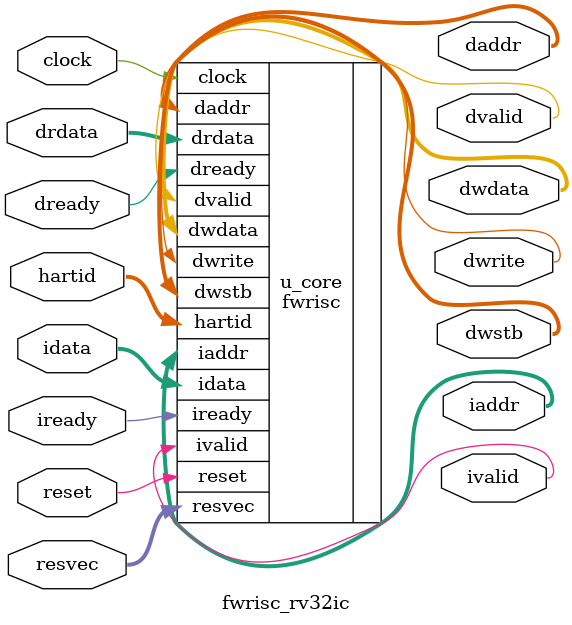
<source format=sv>
/****************************************************************************
 * fwrisc_rv32ic.sv
 ****************************************************************************/

/**
 * Module: fwrisc_rv32ic
 * 
 * FWRISC RV32IC configuration
 */
module fwrisc_rv32ic #(
		parameter[31:0]	FIXED_HARTID = 0,
		parameter       USE_FIXED_HARTID = 1,
		parameter[31:0] FIXED_RESVEC = 32'h80000000,
		parameter       USE_FIXED_RESVEC = 1
		) (
		input			clock,
		input			reset,
		
		input[31:0]		hartid,
		input[31:0]     resvec,
		
		output[31:0]	iaddr,
		input[31:0]		idata,
		output			ivalid,
		input			iready,
		
		output			dvalid,
		output[31:0]	daddr,
		output[31:0]	dwdata,
		output[3:0]		dwstb,
		output			dwrite,
		input[31:0]		drdata,
		input			dready		
		);
	
	fwrisc #(
		.ENABLE_COMPRESSED  (1), 
		.ENABLE_MUL_DIV     (0), 
		.ENABLE_DEP         (0), 
		.ENABLE_COUNTERS    (1),
		.FIXED_HARTID       (FIXED_HARTID),
		.USE_FIXED_HARTID   (USE_FIXED_HARTID),
		.FIXED_RESVEC       (FIXED_RESVEC),
		.USE_FIXED_RESVEC   (USE_FIXED_RESVEC)
		) u_core (
		.clock              (clock             ), 
		.reset              (reset             ), 
		.hartid             (hartid            ), 
		.resvec             (resvec            ), 
		.iaddr              (iaddr             ), 
		.idata              (idata             ), 
		.ivalid             (ivalid            ), 
		.iready             (iready            ), 
		.dvalid             (dvalid            ), 
		.daddr              (daddr             ), 
		.dwdata             (dwdata            ), 
		.dwstb              (dwstb             ), 
		.dwrite             (dwrite            ), 
		.drdata             (drdata            ), 
		.dready             (dready            ));

endmodule



</source>
